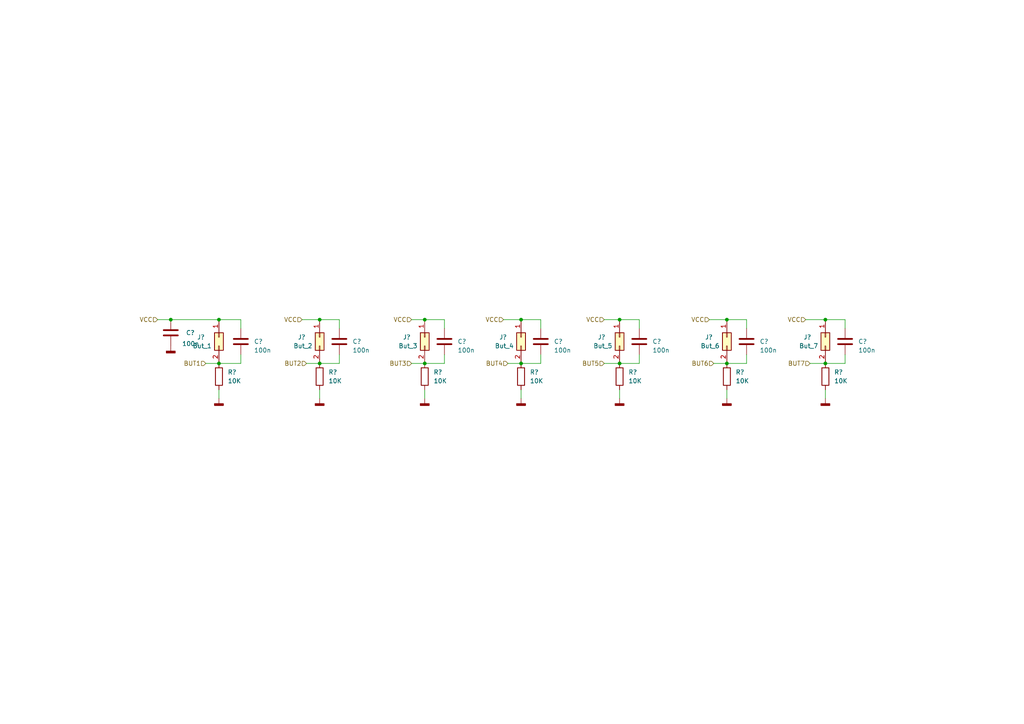
<source format=kicad_sch>
(kicad_sch (version 20230121) (generator eeschema)
  (paper "A4")
  (lib_symbols
    (symbol "Connector_Generic:Conn_02x01" (pin_names (offset 1.016) hide)
      (property "Reference" "J" (at 1.27 2.54 0))
      (property "Value" "Conn_02x01" (at 1.27 -2.54 0))
      (symbol "Conn_02x01_1_1"
        (rectangle (start -1.27 0.127) (end 0 -0.127) (stroke (width 0.1524)))
        (rectangle (start -1.27 1.27) (end 3.81 -1.27) (stroke (width 0.254)) (fill (type background)))
        (rectangle (start 3.81 0.127) (end 2.54 -0.127) (stroke (width 0.1524)))
        (pin passive line (at -5.08 0 0) (length 3.81) (name "Pin_1") (number "1"))
        (pin passive line (at 7.62 0 180) (length 3.81) (name "Pin_2") (number "2"))
      )
    )
    (symbol "Device:C" (pin_numbers hide) (pin_names (offset 0.254))
      (property "Reference" "C" (at 0.635 2.54 0))
      (property "Value" "C" (at 0.635 -2.54 0))
      (symbol "C_0_1"
        (polyline (pts (xy -2.032 -0.762) (xy 2.032 -0.762)) (stroke (width 0.508)))
        (polyline (pts (xy -2.032 0.762) (xy 2.032 0.762)) (stroke (width 0.508)))
      )
      (symbol "C_1_1"
        (pin passive line (at 0 3.81 270) (length 2.794) (name "~") (number "1"))
        (pin passive line (at 0 -3.81 90) (length 2.794) (name "~") (number "2"))
      )
    )
    (symbol "Device:R" (pin_numbers hide) (pin_names (offset 0))
      (property "Reference" "R" (at 2.032 0 90))
      (property "Value" "R" (at 0 0 90))
      (symbol "R_0_1"
        (rectangle (start -1.016 -2.54) (end 1.016 2.54) (stroke (width 0.254)))
      )
      (symbol "R_1_1"
        (pin passive line (at 0 3.81 270) (length 1.27) (name "~") (number "1"))
        (pin passive line (at 0 -3.81 90) (length 1.27) (name "~") (number "2"))
      )
    )
    (symbol "power:GNDD" (power) (pin_names (offset 0))
      (property "Value" "GNDD" (at 0 -3.175 0))
      (symbol "GNDD_0_1"
        (rectangle (start -1.27 -1.524) (end 1.27 -2.032) (stroke (width 0.254)) (fill (type outline)))
        (polyline (pts (xy 0 0) (xy 0 -1.524)))
      )
      (symbol "GNDD_1_1"
        (pin power_in line (at 0 0 270) (length 0) hide (name "GNDD") (number "1"))
      )
    )
  )
  (junction (at 179.705 92.71))
  (junction (at 210.82 92.71))
  (junction (at 92.71 105.41))
  (junction (at 151.13 105.41))
  (junction (at 239.395 92.71))
  (junction (at 63.5 92.71))
  (junction (at 92.71 92.71))
  (junction (at 49.53 92.71))
  (junction (at 63.5 105.41))
  (junction (at 179.705 105.41))
  (junction (at 151.13 92.71))
  (junction (at 123.19 105.41))
  (junction (at 239.395 105.41))
  (junction (at 123.19 92.71))
  (junction (at 210.82 105.41))
  (wire (pts (xy 239.395 113.03) (xy 239.395 115.57)))
  (wire (pts (xy 63.5 105.41) (xy 69.85 105.41)))
  (wire (pts (xy 98.425 102.87) (xy 98.425 105.41)))
  (wire (pts (xy 88.9 105.41) (xy 92.71 105.41)))
  (wire (pts (xy 245.11 102.87) (xy 245.11 105.41)))
  (wire (pts (xy 128.905 102.87) (xy 128.905 105.41)))
  (wire (pts (xy 92.71 92.71) (xy 98.425 92.71)))
  (wire (pts (xy 128.905 92.71) (xy 128.905 95.25)))
  (wire (pts (xy 63.5 113.03) (xy 63.5 115.57)))
  (wire (pts (xy 69.85 102.87) (xy 69.85 105.41)))
  (wire (pts (xy 147.32 105.41) (xy 151.13 105.41)))
  (wire (pts (xy 119.38 105.41) (xy 123.19 105.41)))
  (wire (pts (xy 69.85 92.71) (xy 69.85 95.25)))
  (wire (pts (xy 123.19 92.71) (xy 128.905 92.71)))
  (wire (pts (xy 175.26 105.41) (xy 179.705 105.41)))
  (wire (pts (xy 175.26 92.71) (xy 179.705 92.71)))
  (wire (pts (xy 216.535 92.71) (xy 216.535 95.25)))
  (wire (pts (xy 239.395 105.41) (xy 245.11 105.41)))
  (wire (pts (xy 151.13 113.03) (xy 151.13 115.57)))
  (wire (pts (xy 179.705 92.71) (xy 185.42 92.71)))
  (wire (pts (xy 92.71 113.03) (xy 92.71 115.57)))
  (wire (pts (xy 123.19 113.03) (xy 123.19 115.57)))
  (wire (pts (xy 234.95 105.41) (xy 239.395 105.41)))
  (wire (pts (xy 98.425 92.71) (xy 98.425 95.25)))
  (wire (pts (xy 156.845 92.71) (xy 156.845 95.25)))
  (wire (pts (xy 216.535 102.87) (xy 216.535 105.41)))
  (wire (pts (xy 146.05 92.71) (xy 151.13 92.71)))
  (wire (pts (xy 156.845 102.87) (xy 156.845 105.41)))
  (wire (pts (xy 63.5 92.71) (xy 69.85 92.71)))
  (wire (pts (xy 119.38 92.71) (xy 123.19 92.71)))
  (wire (pts (xy 207.01 105.41) (xy 210.82 105.41)))
  (wire (pts (xy 233.68 92.71) (xy 239.395 92.71)))
  (wire (pts (xy 179.705 113.03) (xy 179.705 115.57)))
  (wire (pts (xy 123.19 105.41) (xy 128.905 105.41)))
  (wire (pts (xy 239.395 92.71) (xy 245.11 92.71)))
  (wire (pts (xy 87.63 92.71) (xy 92.71 92.71)))
  (wire (pts (xy 49.53 92.71) (xy 63.5 92.71)))
  (wire (pts (xy 92.71 105.41) (xy 98.425 105.41)))
  (wire (pts (xy 59.69 105.41) (xy 63.5 105.41)))
  (wire (pts (xy 210.82 92.71) (xy 216.535 92.71)))
  (wire (pts (xy 245.11 92.71) (xy 245.11 95.25)))
  (wire (pts (xy 151.13 105.41) (xy 156.845 105.41)))
  (wire (pts (xy 151.13 92.71) (xy 156.845 92.71)))
  (wire (pts (xy 185.42 102.87) (xy 185.42 105.41)))
  (wire (pts (xy 205.74 92.71) (xy 210.82 92.71)))
  (wire (pts (xy 210.82 105.41) (xy 216.535 105.41)))
  (wire (pts (xy 185.42 92.71) (xy 185.42 95.25)))
  (wire (pts (xy 179.705 105.41) (xy 185.42 105.41)))
  (wire (pts (xy 45.72 92.71) (xy 49.53 92.71)))
  (wire (pts (xy 210.82 113.03) (xy 210.82 115.57)))
  (hierarchical_label "BUT6" (shape input) (at 207.01 105.41 180))
  (hierarchical_label "VCC" (shape input) (at 146.05 92.71 180))
  (hierarchical_label "VCC" (shape input) (at 233.68 92.71 180))
  (hierarchical_label "BUT5" (shape input) (at 175.26 105.41 180))
  (hierarchical_label "BUT1" (shape input) (at 59.69 105.41 180))
  (hierarchical_label "VCC" (shape input) (at 45.72 92.71 180))
  (hierarchical_label "VCC" (shape input) (at 175.26 92.71 180))
  (hierarchical_label "VCC" (shape input) (at 119.38 92.71 180))
  (hierarchical_label "BUT4" (shape input) (at 147.32 105.41 180))
  (hierarchical_label "VCC" (shape input) (at 205.74 92.71 180))
  (hierarchical_label "BUT3" (shape input) (at 119.38 105.41 180))
  (hierarchical_label "VCC" (shape input) (at 87.63 92.71 180))
  (hierarchical_label "BUT2" (shape input) (at 88.9 105.41 180))
  (hierarchical_label "BUT7" (shape input) (at 234.95 105.41 180))
  (symbol (lib_id "Device:R") (at 63.5 109.22 0) (unit 1)
    (property "Reference" "R?" (at 66.04 107.95 0) (effects (justify left)))
    (property "Value" "10K" (at 66.04 110.49 0) (effects (justify left)))
    (property "Footprint" "Resistor_SMD:R_0805_2012Metric" (effects hide))
    (instances (project "Shield" (path "" (reference "R?") (unit 1)) (path "" (reference "R13") (unit 1))))
  )
  (symbol (lib_id "power:GNDD") (at 49.53 100.33 0) (unit 1)
    (property "Reference" "#PWR?" (effects hide))
    (property "Value" "GNDD" (effects hide))
    (instances (project "Shield" (path "" (reference "#PWR?") (unit 1)) (path "" (reference "#PWR049") (unit 1))))
  )
  (symbol (lib_id "Device:C") (at 128.905 99.06 0) (unit 1)
    (property "Reference" "C?" (at 132.715 99.06 0) (effects (justify left)))
    (property "Value" "100n" (at 132.715 101.6 0) (effects (justify left)))
    (property "Footprint" "Capacitor_SMD:C_0805_2012Metric" (effects hide))
    (instances (project "Shield" (path "" (reference "C?") (unit 1)) (path "" (reference "C23") (unit 1))))
  )
  (symbol (lib_id "Device:C") (at 185.42 99.06 0) (unit 1)
    (property "Reference" "C?" (at 189.23 99.06 0) (effects (justify left)))
    (property "Value" "100n" (at 189.23 101.6 0) (effects (justify left)))
    (property "Footprint" "Capacitor_SMD:C_0805_2012Metric" (effects hide))
    (instances (project "Shield" (path "" (reference "C?") (unit 1)) (path "" (reference "C25") (unit 1))))
  )
  (symbol (lib_id "Device:C") (at 98.425 99.06 0) (unit 1)
    (property "Reference" "C?" (at 102.235 99.06 0) (effects (justify left)))
    (property "Value" "100n" (at 102.235 101.6 0) (effects (justify left)))
    (property "Footprint" "Capacitor_SMD:C_0805_2012Metric" (effects hide))
    (instances (project "Shield" (path "" (reference "C?") (unit 1)) (path "" (reference "C22") (unit 1))))
  )
  (symbol (lib_id "power:GNDD") (at 239.395 115.57 0) (unit 1)
    (property "Reference" "#PWR?" (effects hide))
    (property "Value" "GNDD" (effects hide))
    (instances (project "Shield" (path "" (reference "#PWR?") (unit 1)) (path "" (reference "#PWR056") (unit 1))))
  )
  (symbol (lib_id "power:GNDD") (at 210.82 115.57 0) (unit 1)
    (property "Reference" "#PWR?" (effects hide))
    (property "Value" "GNDD" (effects hide))
    (instances (project "Shield" (path "" (reference "#PWR?") (unit 1)) (path "" (reference "#PWR055") (unit 1))))
  )
  (symbol (lib_id "Device:C") (at 156.845 99.06 0) (unit 1)
    (property "Reference" "C?" (at 160.655 99.06 0) (effects (justify left)))
    (property "Value" "100n" (at 160.655 101.6 0) (effects (justify left)))
    (property "Footprint" "Capacitor_SMD:C_0805_2012Metric" (effects hide))
    (instances (project "Shield" (path "" (reference "C?") (unit 1)) (path "" (reference "C24") (unit 1))))
  )
  (symbol (lib_id "Connector_Generic:Conn_02x01") (at 210.82 97.79 270) (unit 1)
    (property "Reference" "J?" (at 204.47 97.79 90) (effects (justify left)))
    (property "Value" "But_6" (at 203.2 100.33 90) (effects (justify left)))
    (property "Footprint" "Connector_PinHeader_2.54mm:PinHeader_2x01_P2.54mm_Horizontal" (effects hide))
    (instances (project "Shield" (path "" (reference "J?") (unit 1)) (path "" (reference "J18") (unit 1))))
  )
  (symbol (lib_id "power:GNDD") (at 151.13 115.57 0) (unit 1)
    (property "Reference" "#PWR?" (effects hide))
    (property "Value" "GNDD" (effects hide))
    (instances (project "Shield" (path "" (reference "#PWR?") (unit 1)) (path "" (reference "#PWR053") (unit 1))))
  )
  (symbol (lib_id "Connector_Generic:Conn_02x01") (at 239.395 97.79 270) (unit 1)
    (property "Reference" "J?" (at 233.045 97.79 90) (effects (justify left)))
    (property "Value" "But_7" (at 231.775 100.33 90) (effects (justify left)))
    (property "Footprint" "Connector_PinHeader_2.54mm:PinHeader_2x01_P2.54mm_Horizontal" (effects hide))
    (instances (project "Shield" (path "" (reference "J?") (unit 1)) (path "" (reference "J19") (unit 1))))
  )
  (symbol (lib_id "power:GNDD") (at 92.71 115.57 0) (unit 1)
    (property "Reference" "#PWR?" (effects hide))
    (property "Value" "GNDD" (effects hide))
    (instances (project "Shield" (path "" (reference "#PWR?") (unit 1)) (path "" (reference "#PWR051") (unit 1))))
  )
  (symbol (lib_id "Device:C") (at 245.11 99.06 0) (unit 1)
    (property "Reference" "C?" (at 248.92 99.06 0) (effects (justify left)))
    (property "Value" "100n" (at 248.92 101.6 0) (effects (justify left)))
    (property "Footprint" "Capacitor_SMD:C_0805_2012Metric" (effects hide))
    (instances (project "Shield" (path "" (reference "C?") (unit 1)) (path "" (reference "C27") (unit 1))))
  )
  (symbol (lib_id "Device:R") (at 123.19 109.22 0) (unit 1)
    (property "Reference" "R?" (at 125.73 107.95 0) (effects (justify left)))
    (property "Value" "10K" (at 125.73 110.49 0) (effects (justify left)))
    (property "Footprint" "Resistor_SMD:R_0805_2012Metric" (effects hide))
    (instances (project "Shield" (path "" (reference "R?") (unit 1)) (path "" (reference "R15") (unit 1))))
  )
  (symbol (lib_id "Device:R") (at 92.71 109.22 0) (unit 1)
    (property "Reference" "R?" (at 95.25 107.95 0) (effects (justify left)))
    (property "Value" "10K" (at 95.25 110.49 0) (effects (justify left)))
    (property "Footprint" "Resistor_SMD:R_0805_2012Metric" (effects hide))
    (instances (project "Shield" (path "" (reference "R?") (unit 1)) (path "" (reference "R14") (unit 1))))
  )
  (symbol (lib_id "Device:R") (at 210.82 109.22 0) (unit 1)
    (property "Reference" "R?" (at 213.36 107.95 0) (effects (justify left)))
    (property "Value" "10K" (at 213.36 110.49 0) (effects (justify left)))
    (property "Footprint" "Resistor_SMD:R_0805_2012Metric" (effects hide))
    (instances (project "Shield" (path "" (reference "R?") (unit 1)) (path "" (reference "R18") (unit 1))))
  )
  (symbol (lib_id "Connector_Generic:Conn_02x01") (at 63.5 97.79 270) (unit 1)
    (property "Reference" "J?" (at 57.15 97.79 90) (effects (justify left)))
    (property "Value" "But_1" (at 55.88 100.33 90) (effects (justify left)))
    (property "Footprint" "Connector_PinHeader_2.54mm:PinHeader_2x01_P2.54mm_Horizontal" (effects hide))
    (instances (project "Shield" (path "" (reference "J?") (unit 1)) (path "" (reference "J13") (unit 1))))
  )
  (symbol (lib_id "Device:C") (at 216.535 99.06 0) (unit 1)
    (property "Reference" "C?" (at 220.345 99.06 0) (effects (justify left)))
    (property "Value" "100n" (at 220.345 101.6 0) (effects (justify left)))
    (property "Footprint" "Capacitor_SMD:C_0805_2012Metric" (effects hide))
    (instances (project "Shield" (path "" (reference "C?") (unit 1)) (path "" (reference "C26") (unit 1))))
  )
  (symbol (lib_id "power:GNDD") (at 63.5 115.57 0) (unit 1)
    (property "Reference" "#PWR?" (effects hide))
    (property "Value" "GNDD" (effects hide))
    (instances (project "Shield" (path "" (reference "#PWR?") (unit 1)) (path "" (reference "#PWR050") (unit 1))))
  )
  (symbol (lib_id "Connector_Generic:Conn_02x01") (at 92.71 97.79 270) (unit 1)
    (property "Reference" "J?" (at 86.36 97.79 90) (effects (justify left)))
    (property "Value" "But_2" (at 85.09 100.33 90) (effects (justify left)))
    (property "Footprint" "Connector_PinHeader_2.54mm:PinHeader_2x01_P2.54mm_Horizontal" (effects hide))
    (instances (project "Shield" (path "" (reference "J?") (unit 1)) (path "" (reference "J14") (unit 1))))
  )
  (symbol (lib_id "power:GNDD") (at 179.705 115.57 0) (unit 1)
    (property "Reference" "#PWR?" (effects hide))
    (property "Value" "GNDD" (effects hide))
    (instances (project "Shield" (path "" (reference "#PWR?") (unit 1)) (path "" (reference "#PWR054") (unit 1))))
  )
  (symbol (lib_id "Device:R") (at 239.395 109.22 0) (unit 1)
    (property "Reference" "R?" (at 241.935 107.95 0) (effects (justify left)))
    (property "Value" "10K" (at 241.935 110.49 0) (effects (justify left)))
    (property "Footprint" "Resistor_SMD:R_0805_2012Metric" (effects hide))
    (instances (project "Shield" (path "" (reference "R?") (unit 1)) (path "" (reference "R19") (unit 1))))
  )
  (symbol (lib_id "Device:C") (at 49.53 96.52 0) (mirror y) (unit 1)
    (property "Reference" "C?" (at 56.515 96.52 0) (effects (justify left)))
    (property "Value" "100n" (at 57.785 99.695 0) (effects (justify left)))
    (property "Footprint" "Capacitor_SMD:C_0805_2012Metric" (effects hide))
    (instances (project "Shield" (path "" (reference "C?") (unit 1)) (path "" (reference "C20") (unit 1))))
  )
  (symbol (lib_id "Device:R") (at 151.13 109.22 0) (unit 1)
    (property "Reference" "R?" (at 153.67 107.95 0) (effects (justify left)))
    (property "Value" "10K" (at 153.67 110.49 0) (effects (justify left)))
    (property "Footprint" "Resistor_SMD:R_0805_2012Metric" (effects hide))
    (instances (project "Shield" (path "" (reference "R?") (unit 1)) (path "" (reference "R16") (unit 1))))
  )
  (symbol (lib_id "power:GNDD") (at 123.19 115.57 0) (unit 1)
    (property "Reference" "#PWR?" (effects hide))
    (property "Value" "GNDD" (effects hide))
    (instances (project "Shield" (path "" (reference "#PWR?") (unit 1)) (path "" (reference "#PWR052") (unit 1))))
  )
  (symbol (lib_id "Device:R") (at 179.705 109.22 0) (unit 1)
    (property "Reference" "R?" (at 182.245 107.95 0) (effects (justify left)))
    (property "Value" "10K" (at 182.245 110.49 0) (effects (justify left)))
    (property "Footprint" "Resistor_SMD:R_0805_2012Metric" (effects hide))
    (instances (project "Shield" (path "" (reference "R?") (unit 1)) (path "" (reference "R17") (unit 1))))
  )
  (symbol (lib_id "Connector_Generic:Conn_02x01") (at 179.705 97.79 270) (unit 1)
    (property "Reference" "J?" (at 173.355 97.79 90) (effects (justify left)))
    (property "Value" "But_5" (at 172.085 100.33 90) (effects (justify left)))
    (property "Footprint" "Connector_PinHeader_2.54mm:PinHeader_2x01_P2.54mm_Horizontal" (effects hide))
    (instances (project "Shield" (path "" (reference "J?") (unit 1)) (path "" (reference "J17") (unit 1))))
  )
  (symbol (lib_id "Connector_Generic:Conn_02x01") (at 123.19 97.79 270) (unit 1)
    (property "Reference" "J?" (at 116.84 97.79 90) (effects (justify left)))
    (property "Value" "But_3" (at 115.57 100.33 90) (effects (justify left)))
    (property "Footprint" "Connector_PinHeader_2.54mm:PinHeader_2x01_P2.54mm_Horizontal" (effects hide))
    (instances (project "Shield" (path "" (reference "J?") (unit 1)) (path "" (reference "J15") (unit 1))))
  )
  (symbol (lib_id "Device:C") (at 69.85 99.06 0) (unit 1)
    (property "Reference" "C?" (at 73.66 99.06 0) (effects (justify left)))
    (property "Value" "100n" (at 73.66 101.6 0) (effects (justify left)))
    (property "Footprint" "Capacitor_SMD:C_0805_2012Metric" (effects hide))
    (instances (project "Shield" (path "" (reference "C?") (unit 1)) (path "" (reference "C21") (unit 1))))
  )
  (symbol (lib_id "Connector_Generic:Conn_02x01") (at 151.13 97.79 270) (unit 1)
    (property "Reference" "J?" (at 144.78 97.79 90) (effects (justify left)))
    (property "Value" "But_4" (at 143.51 100.33 90) (effects (justify left)))
    (property "Footprint" "Connector_PinHeader_2.54mm:PinHeader_2x01_P2.54mm_Horizontal" (effects hide))
    (instances (project "Shield" (path "" (reference "J?") (unit 1)) (path "" (reference "J16") (unit 1))))
  )
)
</source>
